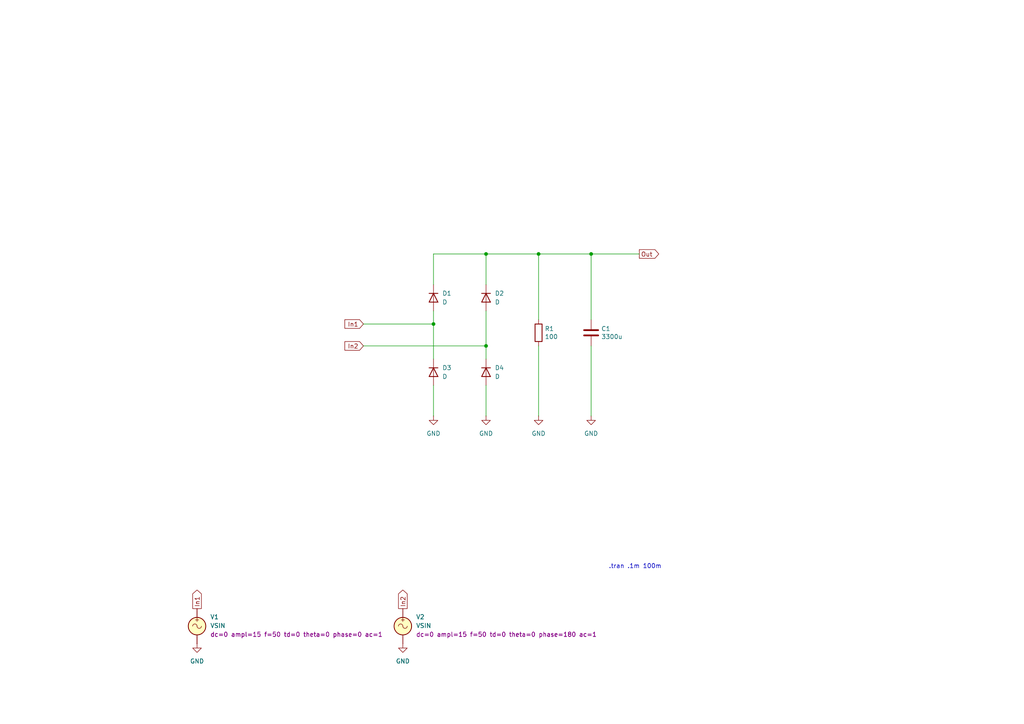
<source format=kicad_sch>
(kicad_sch (version 20231120) (generator "eeschema") (generator_version "8.0")
  (paper "A4")
  (title_block (title "Rectifier with 4 diodes") (date "2024-05-27") (rev "2") (company "GitHub/OJStuff"))
  (lib_symbols
    (symbol "Device:C" (pin_numbers hide) (pin_names (offset 0.254))
      (property "Reference" "C" (at 0.635 2.54 0))
      (property "Value" "C" (at 0.635 -2.54 0))
      (symbol "C_0_1"
        (polyline (pts (xy -2.032 -0.762) (xy 2.032 -0.762)) (stroke (width 0.508)))
        (polyline (pts (xy -2.032 0.762) (xy 2.032 0.762)) (stroke (width 0.508)))
      )
      (symbol "C_1_1"
        (pin passive line (at 0 3.81 270) (length 2.794) (name "~") (number "1"))
        (pin passive line (at 0 -3.81 90) (length 2.794) (name "~") (number "2"))
      )
    )
    (symbol "Device:D" (pin_numbers hide) (pin_names (offset 1.016) hide)
      (property "Reference" "D" (at 0 2.54 0))
      (property "Value" "D" (at 0 -2.54 0))
      (symbol "D_0_1"
        (polyline (pts (xy -1.27 1.27) (xy -1.27 -1.27)) (stroke (width 0.254)))
        (polyline (pts (xy 1.27 0) (xy -1.27 0)))
        (polyline (pts (xy 1.27 1.27) (xy 1.27 -1.27) (xy -1.27 0) (xy 1.27 1.27)) (stroke (width 0.254)))
      )
      (symbol "D_1_1"
        (pin passive line (at -3.81 0 0) (length 2.54) (name "K") (number "1"))
        (pin passive line (at 3.81 0 180) (length 2.54) (name "A") (number "2"))
      )
    )
    (symbol "Device:R" (pin_numbers hide) (pin_names (offset 0))
      (property "Reference" "R" (at 2.032 0 90))
      (property "Value" "R" (at 0 0 90))
      (symbol "R_0_1"
        (rectangle (start -1.016 -2.54) (end 1.016 2.54) (stroke (width 0.254)))
      )
      (symbol "R_1_1"
        (pin passive line (at 0 3.81 270) (length 1.27) (name "~") (number "1"))
        (pin passive line (at 0 -3.81 90) (length 1.27) (name "~") (number "2"))
      )
    )
    (symbol "GND_1" (power) (pin_numbers hide) (pin_names (offset 0) hide)
      (property "Value" "GND" (at 0 -3.81 0))
      (symbol "GND_1_0_1"
        (polyline (pts (xy 0 0) (xy 0 -1.27) (xy 1.27 -1.27) (xy 0 -2.54) (xy -1.27 -1.27) (xy 0 -1.27)))
      )
      (symbol "GND_1_1_1"
        (pin power_in line (at 0 0 270) (length 0) (name "~") (number "1"))
      )
    )
    (symbol "VSIN_1" (pin_numbers hide) (pin_names (offset 0.0254))
      (property "Reference" "V" (at 2.54 2.54 0))
      (property "Value" "VSIN" (at 2.54 0 0))
      (property "Sim.Params" "dc=0 ampl=1 f=1k ac=1" (at 2.54 -2.54 0))
      (symbol "VSIN_1_0_0"
        (arc (start 0 0) (mid -0.635 0.6323) (end -1.27 0))
        (arc (start 0 0) (mid 0.635 -0.6323) (end 1.27 0))
        (text "+" (at 0 1.905 0) (effects (font (size 1.27 1.27))))
      )
      (symbol "VSIN_1_0_1"
        (circle (center 0 0) (radius 2.54) (stroke (width 0.254)) (fill (type background)))
      )
      (symbol "VSIN_1_1_1"
        (pin passive line (at 0 5.08 270) (length 2.54) (name "~") (number "1"))
        (pin passive line (at 0 -5.08 90) (length 2.54) (name "~") (number "2"))
      )
    )
  )
  (junction (at 140.97 100.33))
  (junction (at 140.97 73.66))
  (junction (at 171.45 73.66))
  (junction (at 156.21 73.66))
  (junction (at 125.73 93.98))
  (wire (pts (xy 171.45 100.33) (xy 171.45 120.65)))
  (wire (pts (xy 156.21 100.33) (xy 156.21 120.65)))
  (wire (pts (xy 140.97 111.76) (xy 140.97 120.65)))
  (wire (pts (xy 125.73 93.98) (xy 125.73 104.14)))
  (wire (pts (xy 125.73 73.66) (xy 140.97 73.66)))
  (wire (pts (xy 156.21 73.66) (xy 156.21 92.71)))
  (wire (pts (xy 171.45 92.71) (xy 171.45 73.66)))
  (wire (pts (xy 125.73 111.76) (xy 125.73 120.65)))
  (wire (pts (xy 105.41 100.33) (xy 140.97 100.33)))
  (wire (pts (xy 125.73 90.17) (xy 125.73 93.98)))
  (wire (pts (xy 156.21 73.66) (xy 171.45 73.66)))
  (wire (pts (xy 140.97 100.33) (xy 140.97 104.14)))
  (wire (pts (xy 105.41 93.98) (xy 125.73 93.98)))
  (wire (pts (xy 125.73 73.66) (xy 125.73 82.55)))
  (wire (pts (xy 140.97 90.17) (xy 140.97 100.33)))
  (wire (pts (xy 185.42 73.66) (xy 171.45 73.66)))
  (wire (pts (xy 140.97 73.66) (xy 156.21 73.66)))
  (wire (pts (xy 140.97 73.66) (xy 140.97 82.55)))
  (text ".tran .1m 100m" (at 176.53 165.1 0) (effects (font (size 1.27 1.27)) (justify left bottom)))
  (global_label "In2" (shape output) (at 116.84 176.53 90) (property "Intersheetrefs" "${INTERSHEET_REFS}" (effects (hide yes))))
  (global_label "In2" (shape input) (at 105.41 100.33 180) (property "Intersheetrefs" "${INTERSHEET_REFS}" (effects (hide yes))))
  (global_label "Out" (shape output) (at 185.42 73.66 0) (property "Intersheetrefs" "${INTERSHEET_REFS}" (effects (hide yes))))
  (global_label "In1" (shape output) (at 57.15 176.53 90) (property "Intersheetrefs" "${INTERSHEET_REFS}" (effects (hide yes))))
  (global_label "In1" (shape input) (at 105.41 93.98 180) (property "Intersheetrefs" "${INTERSHEET_REFS}" (effects (hide yes))))
  (symbol (lib_id "Device:D") (at 125.73 107.95 270) (unit 1)
    (property "Reference" "D3" (at 128.27 106.68 90) (effects (justify left)))
    (property "Value" "D" (at 128.27 109.22 90) (effects (justify left)))
    (property "Sim.Device" "D" (effects (hide yes)))
    (property "Sim.Pins" "1=K 2=A" (effects (hide yes)))
  )
  (symbol (lib_name "GND_1") (lib_id "power:GND") (at 116.84 186.69 0) (unit 1)
    (property "Reference" "#PWR02" (effects (hide yes)))
    (property "Value" "GND" (at 116.84 191.77 0))
    (property "Description" "Power symbol creates a global label with name \"GND\" , ground" (effects (hide yes)))
  )
  (symbol (lib_id "Device:D") (at 125.73 86.36 270) (unit 1)
    (property "Reference" "D1" (at 128.27 85.09 90) (effects (justify left)))
    (property "Value" "D" (at 128.27 87.63 90) (effects (justify left)))
    (property "Sim.Device" "D" (effects (hide yes)))
    (property "Sim.Pins" "1=K 2=A" (effects (hide yes)))
  )
  (symbol (lib_name "GND_1") (lib_id "power:GND") (at 125.73 120.65 0) (unit 1)
    (property "Reference" "#PWR03" (effects (hide yes)))
    (property "Value" "GND" (at 125.73 125.73 0))
    (property "Description" "Power symbol creates a global label with name \"GND\" , ground" (effects (hide yes)))
  )
  (symbol (lib_id "Device:D") (at 140.97 107.95 270) (unit 1)
    (property "Reference" "D4" (at 143.51 106.68 90) (effects (justify left)))
    (property "Value" "D" (at 143.51 109.22 90) (effects (justify left)))
    (property "Sim.Device" "D" (effects (hide yes)))
    (property "Sim.Pins" "1=K 2=A" (effects (hide yes)))
  )
  (symbol (lib_id "Device:D") (at 140.97 86.36 270) (unit 1)
    (property "Reference" "D2" (at 143.51 85.09 90) (effects (justify left)))
    (property "Value" "D" (at 143.51 87.63 90) (effects (justify left)))
    (property "Sim.Device" "D" (effects (hide yes)))
    (property "Sim.Pins" "1=K 2=A" (effects (hide yes)))
  )
  (symbol (lib_name "VSIN_1") (lib_id "Simulation_SPICE:VSIN") (at 57.15 181.61 0) (unit 1)
    (property "Reference" "V1" (at 60.96 178.9401 0) (effects (justify left)))
    (property "Value" "VSIN" (at 60.96 181.4801 0) (effects (justify left)))
    (property "Datasheet" "https://ngspice.sourceforge.io/docs/ngspice-html-manual/manual.xhtml#sec_Independent_Sources_for" (effects (hide yes)))
    (property "Description" "Voltage source, sinusoidal" (effects (hide yes)))
    (property "Sim.Pins" "1=+ 2=-" (effects (hide yes)))
    (property "Sim.Params" "dc=0 ampl=15 f=50 td=0 theta=0 phase=0 ac=1" (at 60.96 184.0201 0) (effects (justify left)))
    (property "Sim.Type" "SIN" (effects (hide yes)))
    (property "Sim.Device" "V" (effects (hide yes)))
  )
  (symbol (lib_name "GND_1") (lib_id "power:GND") (at 156.21 120.65 0) (unit 1)
    (property "Reference" "#PWR05" (effects (hide yes)))
    (property "Value" "GND" (at 156.21 125.73 0))
    (property "Description" "Power symbol creates a global label with name \"GND\" , ground" (effects (hide yes)))
  )
  (symbol (lib_name "GND_1") (lib_id "power:GND") (at 140.97 120.65 0) (unit 1)
    (property "Reference" "#PWR04" (effects (hide yes)))
    (property "Value" "GND" (at 140.97 125.73 0))
    (property "Description" "Power symbol creates a global label with name \"GND\" , ground" (effects (hide yes)))
  )
  (symbol (lib_name "GND_1") (lib_id "power:GND") (at 57.15 186.69 0) (unit 1)
    (property "Reference" "#PWR01" (effects (hide yes)))
    (property "Value" "GND" (at 57.15 191.77 0))
    (property "Description" "Power symbol creates a global label with name \"GND\" , ground" (effects (hide yes)))
  )
  (symbol (lib_name "GND_1") (lib_id "power:GND") (at 171.45 120.65 0) (unit 1)
    (property "Reference" "#PWR06" (effects (hide yes)))
    (property "Value" "GND" (at 171.45 125.73 0))
    (property "Description" "Power symbol creates a global label with name \"GND\" , ground" (effects (hide yes)))
  )
  (symbol (lib_id "Device:R") (at 156.21 96.52 0) (unit 1)
    (property "Reference" "R1" (at 157.988 95.3516 0) (effects (justify left)))
    (property "Value" "100" (at 157.988 97.663 0) (effects (justify left)))
  )
  (symbol (lib_id "Device:C") (at 171.45 96.52 0) (unit 1)
    (property "Reference" "C1" (at 174.371 95.3516 0) (effects (justify left)))
    (property "Value" "3300u" (at 174.371 97.663 0) (effects (justify left)))
  )
  (symbol (lib_name "VSIN_1") (lib_id "Simulation_SPICE:VSIN") (at 116.84 181.61 0) (unit 1)
    (property "Reference" "V2" (at 120.65 178.9401 0) (effects (justify left)))
    (property "Value" "VSIN" (at 120.65 181.4801 0) (effects (justify left)))
    (property "Datasheet" "https://ngspice.sourceforge.io/docs/ngspice-html-manual/manual.xhtml#sec_Independent_Sources_for" (effects (hide yes)))
    (property "Description" "Voltage source, sinusoidal" (effects (hide yes)))
    (property "Sim.Pins" "1=+ 2=-" (effects (hide yes)))
    (property "Sim.Params" "dc=0 ampl=15 f=50 td=0 theta=0 phase=180 ac=1" (at 120.65 184.0201 0) (effects (justify left)))
    (property "Sim.Type" "SIN" (effects (hide yes)))
    (property "Sim.Device" "V" (effects (hide yes)))
  )
)
</source>
